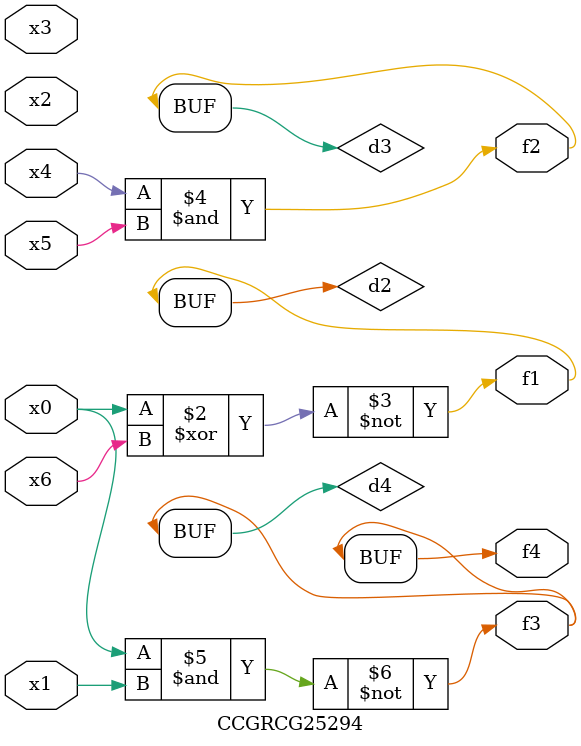
<source format=v>
module CCGRCG25294(
	input x0, x1, x2, x3, x4, x5, x6,
	output f1, f2, f3, f4
);

	wire d1, d2, d3, d4;

	nor (d1, x0);
	xnor (d2, x0, x6);
	and (d3, x4, x5);
	nand (d4, x0, x1);
	assign f1 = d2;
	assign f2 = d3;
	assign f3 = d4;
	assign f4 = d4;
endmodule

</source>
